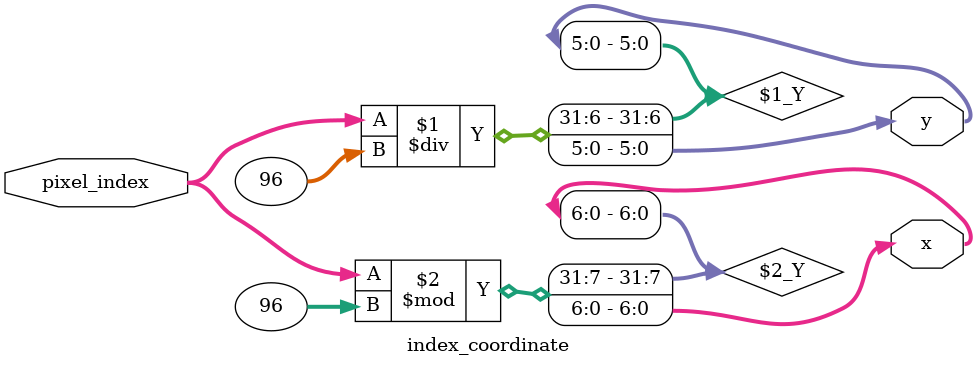
<source format=v>
`timescale 1ns / 1ps


module index_coordinate(
    input [12:0] pixel_index,
    output [5:0] y,
    output [6:0] x
    );
    
    assign y = pixel_index / 96;
    assign x = pixel_index % 96;
    
endmodule

</source>
